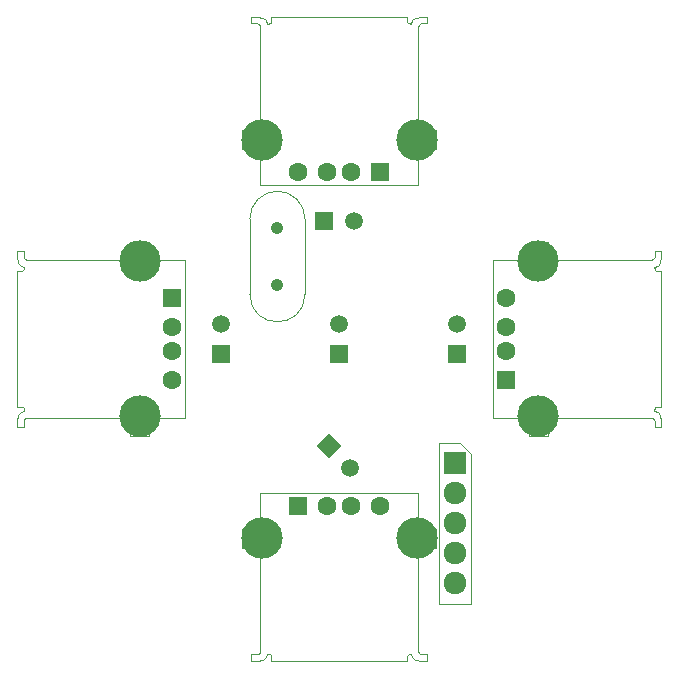
<source format=gbr>
G04 DipTrace 4.1.3.1*
G04 TopAssembly.gbr*
%MOIN*%
G04 #@! TF.FileFunction,Drawing,Top*
G04 #@! TF.Part,Single*
%AMOUTLINE22*
4,1,4,
0.0,0.041758,
0.041758,0.0,
0.0,-0.041758,
-0.041758,0.0,
0.0,0.041758,
0*%
%ADD13C,0.004724*%
G04 #@! TA.AperFunction,ComponentPad*
%ADD26R,0.059055X0.059055*%
%ADD27C,0.059055*%
%ADD28R,0.075591X0.075591*%
%ADD29C,0.075591*%
%ADD30R,0.062992X0.062992*%
%ADD31C,0.062992*%
%ADD32C,0.137795*%
%ADD35C,0.041339*%
%ADD84OUTLINE22*%
%FSLAX26Y26*%
G04*
G70*
G90*
G75*
G01*
G04 TopAssy*
%LPD*%
D26*
X1673229Y1229528D3*
D27*
X1673228Y1329528D3*
D26*
X885827Y1229528D3*
D27*
Y1329528D3*
D26*
X1229528Y1673228D3*
D27*
X1329528D3*
D84*
X1244172Y921182D3*
D27*
X1314883Y850471D3*
D26*
X1279529Y1229528D3*
D27*
X1279527Y1329528D3*
X1718142Y896349D2*
D13*
X1718155Y397268D1*
X1613431Y397265D1*
X1613417Y931123D1*
X1683365Y931125D1*
X1718142Y896349D1*
D28*
X1665781Y864195D3*
D29*
X1665784Y764195D3*
X1665786Y664195D3*
X1665789Y564195D3*
X1665791Y464195D3*
X1792717Y1279333D2*
D13*
X1792712Y1542916D1*
X1900192Y1542918D1*
X1912002Y1603903D1*
X1976175Y1603904D1*
X1989168Y1542920D1*
X2319483Y1542926D1*
X2326176Y1544894D1*
X2329719Y1548398D1*
X2331294Y1553162D1*
Y1572060D1*
X2353735D1*
Y1554738D1*
X2350192Y1532257D1*
X2341137Y1523241D1*
X2329326Y1520446D1*
Y1517690D1*
X2330901Y1511036D1*
X2332870Y1508280D1*
X2336019Y1506312D1*
X2341138Y1505092D1*
X2353736D1*
X2353740Y1279344D1*
X1792717Y1279719D2*
X1792721Y1016137D1*
X1900202Y1016139D1*
X1912014Y955155D1*
X1976187Y955156D1*
X1989178Y1016140D1*
X2319493Y1016146D1*
X2326186Y1014178D1*
X2329729Y1010674D1*
X2331304Y1005910D1*
X2331305Y987013D1*
X2353746D1*
X2353745Y1004336D1*
X2350201Y1026816D1*
X2341146Y1035832D1*
X2329335Y1038627D1*
Y1041383D1*
X2330910Y1048036D1*
X2332878Y1050792D1*
X2336028Y1052761D1*
X2341146Y1053981D1*
X2353744Y1053982D1*
X2353740Y1279730D1*
D30*
X1837404Y1141728D3*
D31*
X1837402Y1240153D3*
X1837401Y1318893D3*
X1837399Y1417319D3*
D32*
X1944099Y1020864D3*
X1944090Y1538187D3*
X766339Y1279717D2*
D13*
Y1016134D1*
X658858D1*
X647047Y955150D1*
X582874D1*
X569882Y1016134D1*
X239567D1*
X232874Y1014165D1*
X229331Y1010661D1*
X227756Y1005898D1*
Y987000D1*
X205315D1*
Y1004323D1*
X208858Y1026803D1*
X217913Y1035819D1*
X229724Y1038614D1*
Y1041370D1*
X228150Y1048024D1*
X226181Y1050780D1*
X223031Y1052748D1*
X217913Y1053969D1*
X205315D1*
Y1279717D1*
X766339Y1279331D2*
Y1542913D1*
X658858D1*
X647047Y1603898D1*
X582874D1*
X569882Y1542913D1*
X239567D1*
X232874Y1544882D1*
X229331Y1548386D1*
X227756Y1553150D1*
Y1572047D1*
X205315D1*
Y1554724D1*
X208858Y1532244D1*
X217913Y1523228D1*
X229724Y1520433D1*
Y1517677D1*
X228150Y1511024D1*
X226181Y1508268D1*
X223031Y1506299D1*
X217913Y1505079D1*
X205315D1*
Y1279331D1*
D30*
X721654Y1417323D3*
D31*
Y1318898D3*
Y1240157D3*
Y1141732D3*
D32*
X614961Y1538189D3*
Y1020866D3*
X1279717Y1792717D2*
D13*
X1016134D1*
Y1900197D1*
X955150Y1912008D1*
Y1976181D1*
X1016134Y1989173D1*
Y2319488D1*
X1014165Y2326181D1*
X1010661Y2329724D1*
X1005898Y2331299D1*
X987000D1*
Y2353740D1*
X1004323D1*
X1026803Y2350197D1*
X1035819Y2341142D1*
X1038614Y2329331D1*
X1041370D1*
X1048024Y2330906D1*
X1050780Y2332874D1*
X1052748Y2336024D1*
X1053969Y2341142D1*
Y2353740D1*
X1279717D1*
X1279331Y1792717D2*
X1542913D1*
Y1900197D1*
X1603898Y1912008D1*
Y1976181D1*
X1542913Y1989173D1*
Y2319488D1*
X1544882Y2326181D1*
X1548386Y2329724D1*
X1553150Y2331299D1*
X1572047D1*
Y2353740D1*
X1554724D1*
X1532244Y2350197D1*
X1523228Y2341142D1*
X1520433Y2329331D1*
X1517677D1*
X1511024Y2330906D1*
X1508268Y2332874D1*
X1506299Y2336024D1*
X1505079Y2341142D1*
Y2353740D1*
X1279331D1*
D30*
X1417323Y1837402D3*
D31*
X1318898D3*
X1240157D3*
X1141732D3*
D32*
X1538189Y1944094D3*
X1020866D3*
X1279339Y766339D2*
D13*
X1542921D1*
Y658858D1*
X1603906Y647047D1*
Y582874D1*
X1542921Y569882D1*
Y239567D1*
X1544890Y232874D1*
X1548394Y229331D1*
X1553157Y227756D1*
X1572055D1*
Y205315D1*
X1554732D1*
X1532252Y208858D1*
X1523236Y217913D1*
X1520441Y229724D1*
X1517685D1*
X1511031Y228150D1*
X1508276Y226181D1*
X1506307Y223031D1*
X1505087Y217913D1*
Y205315D1*
X1279339D1*
X1279724Y766339D2*
X1016142D1*
Y658858D1*
X955157Y647047D1*
Y582874D1*
X1016142Y569882D1*
Y239567D1*
X1014173Y232874D1*
X1010669Y229331D1*
X1005906Y227756D1*
X987008D1*
Y205315D1*
X1004331D1*
X1026811Y208858D1*
X1035827Y217913D1*
X1038622Y229724D1*
X1041378D1*
X1048031Y228150D1*
X1050787Y226181D1*
X1052756Y223031D1*
X1053976Y217913D1*
Y205315D1*
X1279724D1*
D30*
X1141732Y721654D3*
D31*
X1240157D3*
X1318898D3*
X1417323D3*
D32*
X1020866Y614961D3*
X1538189D3*
X982047Y1428261D2*
D13*
X982042Y1680229D1*
X1165512Y1428264D2*
X1165507Y1680233D1*
X982047Y1428261D2*
G03X1165512Y1428264I91732J2D01*
G01*
X982042Y1680229D2*
G02X1165507Y1680233I91732J2D01*
G01*
D35*
X1073779Y1458184D3*
X1073775Y1650310D3*
M02*

</source>
